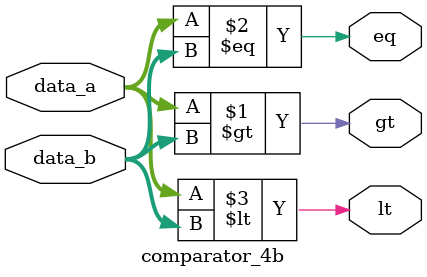
<source format=v>
/* 4‐bit magnitude comparator module*/
module comparator_4b(data_a, data_b, gt, eq, lt);   

input [3:0] data_a; //要進行比較的輸入a,b
input [3:0] data_b;

output gt; /* gt = 1 if data_a > data_b */
output eq; /* eq = 1 if data_a == data_b */
output lt; /* lt = 1 if data_a < data_b */

assign gt = (data_a > data_b);
assign eq = (data_a == data_b);
assign lt = (data_a < data_b);
endmodule
</source>
